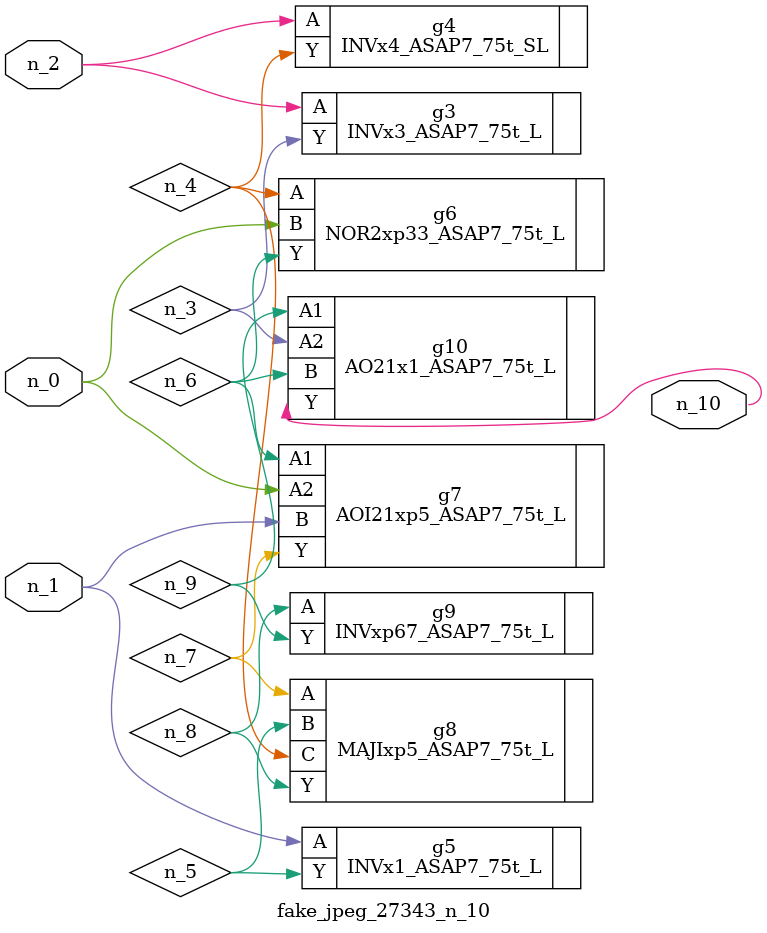
<source format=v>
module fake_jpeg_27343_n_10 (n_0, n_2, n_1, n_10);

input n_0;
input n_2;
input n_1;

output n_10;

wire n_3;
wire n_4;
wire n_8;
wire n_9;
wire n_6;
wire n_5;
wire n_7;

INVx3_ASAP7_75t_L g3 ( 
.A(n_2),
.Y(n_3)
);

INVx4_ASAP7_75t_SL g4 ( 
.A(n_2),
.Y(n_4)
);

INVx1_ASAP7_75t_L g5 ( 
.A(n_1),
.Y(n_5)
);

NOR2xp33_ASAP7_75t_L g6 ( 
.A(n_4),
.B(n_0),
.Y(n_6)
);

AOI21xp5_ASAP7_75t_L g7 ( 
.A1(n_6),
.A2(n_0),
.B(n_1),
.Y(n_7)
);

MAJIxp5_ASAP7_75t_L g8 ( 
.A(n_7),
.B(n_5),
.C(n_4),
.Y(n_8)
);

INVxp67_ASAP7_75t_L g9 ( 
.A(n_8),
.Y(n_9)
);

AO21x1_ASAP7_75t_L g10 ( 
.A1(n_9),
.A2(n_3),
.B(n_6),
.Y(n_10)
);


endmodule
</source>
